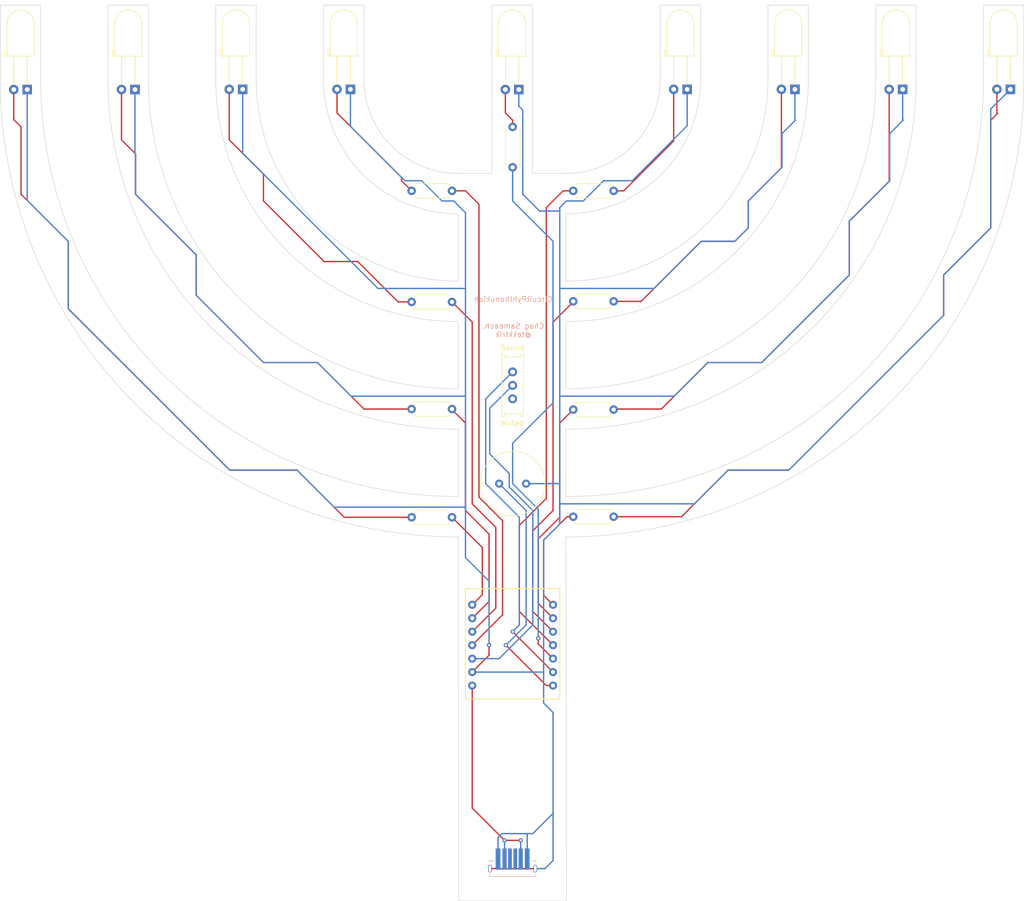
<source format=kicad_pcb>
(kicad_pcb (version 20211014) (generator pcbnew)
  (layers (0 "F.Cu" signal) (31 "B.Cu" signal) (34 "B.Paste" user) (35 "F.Paste" user) (36 "B.SilkS" user "B.Silkscreen") (37 "F.SilkS" user "F.Silkscreen") (38 "B.Mask" user) (39 "F.Mask" user) (44 "Edge.Cuts" user))
  (net 0 "")
  (net 1 "GND")
  (net 2 "5V")
  (net 3 "3V")
  (net 4 "SHAMASH")
  (net 5 "MUTE_BTN")
  (net 6 "SPKR")
  (net 7 "LED1")
  (net 8 "LED2")
  (net 9 "LED3")
  (net 10 "LED4")
  (net 11 "LED5")
  (net 12 "LED6")
  (net 13 "LED8")
  (net 14 "LED7")
  (net 15 "Net-(D1-Pad2)")
  (net 16 "Net-(D2-Pad2)")
  (net 17 "Net-(D3-Pad2)")
  (net 18 "Net-(D4-Pad2)")
  (net 19 "Net-(D5-Pad2)")
  (net 20 "Net-(D6-Pad2)")
  (net 21 "Net-(D7-Pad2)")
  (net 22 "Net-(D8-Pad2)")
  (net 23 "Net-(D9-Pad2)")
  (footprint "LED_THT:LED_D5.0mm_Horizontal_O6.35mm_Z3.0mm" (layer "F.Cu") (at 222.144258 42.439258 180)
    (fp_text reference "D8" hide)
    (fp_text value "LED")
    (pad "1" thru_hole rect (at 0 0 180) (size 1.8 1.8) (drill 0.9) (layers *.Cu *.Mask) (net 1 "GND"))
    (pad "2" thru_hole circle (at 2.54 0 180) (size 1.8 1.8) (drill 0.9) (layers *.Cu *.Mask) (net 22 "Net-(D8-Pad2)"))
  )
  (footprint "Resistor_THT:R_Axial_DIN0207_L6.3mm_D2.5mm_P7.62mm_Horizontal" (layer "F.Cu") (at 109.22 61.595)
    (fp_text reference "R4" hide)
    (fp_text value "100")
    (pad "1" thru_hole circle (at 0 0) (size 1.6 1.6) (drill 0.8) (layers *.Cu *.Mask) (net 18 "Net-(D4-Pad2)"))
    (pad "2" thru_hole oval (at 7.62 0) (size 1.6 1.6) (drill 0.8) (layers *.Cu *.Mask) (net 10 "LED4"))
  )
  (footprint "Resistor_THT:R_Axial_DIN0207_L6.3mm_D2.5mm_P7.62mm_Horizontal" (layer "F.Cu") (at 128.27 49.53 -90)
    (fp_text reference "R9" hide)
    (fp_text value "100")
    (pad "1" thru_hole circle (at 0 0 270) (size 1.6 1.6) (drill 0.8) (layers *.Cu *.Mask) (net 23 "Net-(D9-Pad2)"))
    (pad "2" thru_hole oval (at 7.62 0 270) (size 1.6 1.6) (drill 0.8) (layers *.Cu *.Mask) (net 4 "SHAMASH"))
  )
  (footprint "LED_THT:LED_D5.0mm_Horizontal_O6.35mm_Z3.0mm" (layer "F.Cu") (at 129.439258 42.479258 180)
    (fp_text reference "D9" hide)
    (fp_text value "LED")
    (pad "1" thru_hole rect (at 0 0 180) (size 1.8 1.8) (drill 0.9) (layers *.Cu *.Mask) (net 1 "GND"))
    (pad "2" thru_hole circle (at 2.54 0 180) (size 1.8 1.8) (drill 0.9) (layers *.Cu *.Mask) (net 23 "Net-(D9-Pad2)"))
  )
  (footprint "Resistor_THT:R_Axial_DIN0207_L6.3mm_D2.5mm_P7.62mm_Horizontal" (layer "F.Cu") (at 109.22 82.55)
    (fp_text reference "R3" hide)
    (fp_text value "100")
    (pad "1" thru_hole circle (at 0 0) (size 1.6 1.6) (drill 0.8) (layers *.Cu *.Mask) (net 17 "Net-(D3-Pad2)"))
    (pad "2" thru_hole oval (at 7.62 0) (size 1.6 1.6) (drill 0.8) (layers *.Cu *.Mask) (net 9 "LED3"))
  )
  (footprint "Resistor_THT:R_Axial_DIN0207_L6.3mm_D2.5mm_P7.62mm_Horizontal" (layer "F.Cu") (at 147.32 102.87 180)
    (fp_text reference "R7" hide)
    (fp_text value "100")
    (pad "1" thru_hole circle (at 0 0 180) (size 1.6 1.6) (drill 0.8) (layers *.Cu *.Mask) (net 21 "Net-(D7-Pad2)"))
    (pad "2" thru_hole oval (at 7.62 0 180) (size 1.6 1.6) (drill 0.8) (layers *.Cu *.Mask) (net 14 "LED7"))
  )
  (footprint "Resistor_THT:R_Axial_DIN0207_L6.3mm_D2.5mm_P7.62mm_Horizontal" (layer "F.Cu") (at 147.32 82.444258 180)
    (fp_text reference "R6" hide)
    (fp_text value "100")
    (pad "1" thru_hole circle (at 0 0 180) (size 1.6 1.6) (drill 0.8) (layers *.Cu *.Mask) (net 20 "Net-(D6-Pad2)"))
    (pad "2" thru_hole oval (at 7.62 0 180) (size 1.6 1.6) (drill 0.8) (layers *.Cu *.Mask) (net 12 "LED6"))
  )
  (footprint "LED_THT:LED_D5.0mm_Horizontal_O6.35mm_Z3.0mm" (layer "F.Cu") (at 201.824258 42.439258 180)
    (fp_text reference "D7" hide)
    (fp_text value "LED")
    (pad "1" thru_hole rect (at 0 0 180) (size 1.8 1.8) (drill 0.9) (layers *.Cu *.Mask) (net 1 "GND"))
    (pad "2" thru_hole circle (at 2.54 0 180) (size 1.8 1.8) (drill 0.9) (layers *.Cu *.Mask) (net 21 "Net-(D7-Pad2)"))
  )
  (footprint "LED_THT:LED_D5.0mm_Horizontal_O6.35mm_Z3.0mm" (layer "F.Cu") (at 97.684258 42.439258 180)
    (fp_text reference "D4" hide)
    (fp_text value "LED")
    (pad "1" thru_hole rect (at 0 0 180) (size 1.8 1.8) (drill 0.9) (layers *.Cu *.Mask) (net 1 "GND"))
    (pad "2" thru_hole circle (at 2.54 0 180) (size 1.8 1.8) (drill 0.9) (layers *.Cu *.Mask) (net 18 "Net-(D4-Pad2)"))
  )
  (footprint "Resistor_THT:R_Axial_DIN0207_L6.3mm_D2.5mm_P7.62mm_Horizontal" (layer "F.Cu") (at 147.32 61.595 180)
    (fp_text reference "R5" hide)
    (fp_text value "100")
    (pad "1" thru_hole circle (at 0 0 180) (size 1.6 1.6) (drill 0.8) (layers *.Cu *.Mask) (net 19 "Net-(D5-Pad2)"))
    (pad "2" thru_hole oval (at 7.62 0 180) (size 1.6 1.6) (drill 0.8) (layers *.Cu *.Mask) (net 11 "LED5"))
  )
  (footprint "MountingHole:MountingHole_5.3mm_M5" (layer "F.Cu") (at 128.27 172.72)
    (fp_text reference "M5" hide)
    (fp_text value "MountingHole_5.3mm_M5")
    (pad "" np_thru_hole circle (at 0 0) (size 5.3 5.3) (drill 5.3) (layers *.Cu *.Mask))
  )
  (footprint "LED_THT:LED_D5.0mm_Horizontal_O6.35mm_Z3.0mm" (layer "F.Cu") (at 77.364258 42.439258 180)
    (fp_text reference "D3" hide)
    (fp_text value "LED")
    (pad "1" thru_hole rect (at 0 0 180) (size 1.8 1.8) (drill 0.9) (layers *.Cu *.Mask) (net 1 "GND"))
    (pad "2" thru_hole circle (at 2.54 0 180) (size 1.8 1.8) (drill 0.9) (layers *.Cu *.Mask) (net 17 "Net-(D3-Pad2)"))
  )
  (footprint "Resistor_THT:R_Axial_DIN0207_L6.3mm_D2.5mm_P7.62mm_Horizontal" (layer "F.Cu") (at 147.32 123.084258 180)
    (fp_text reference "R8" hide)
    (fp_text value "100")
    (pad "1" thru_hole circle (at 0 0 180) (size 1.6 1.6) (drill 0.8) (layers *.Cu *.Mask) (net 22 "Net-(D8-Pad2)"))
    (pad "2" thru_hole oval (at 7.62 0 180) (size 1.6 1.6) (drill 0.8) (layers *.Cu *.Mask) (net 13 "LED8"))
  )
  (footprint "Resistor_THT:R_Axial_DIN0207_L6.3mm_D2.5mm_P7.62mm_Horizontal" (layer "F.Cu") (at 109.22 123.19)
    (fp_text reference "R1" hide)
    (fp_text value "100")
    (pad "1" thru_hole circle (at 0 0) (size 1.6 1.6) (drill 0.8) (layers *.Cu *.Mask) (net 15 "Net-(D1-Pad2)"))
    (pad "2" thru_hole oval (at 7.62 0) (size 1.6 1.6) (drill 0.8) (layers *.Cu *.Mask) (net 7 "LED1"))
  )
  (footprint "LED_THT:LED_D5.0mm_Horizontal_O6.35mm_Z3.0mm" (layer "F.Cu") (at 161.184258 42.439258 180)
    (fp_text reference "D5" hide)
    (fp_text value "LED")
    (pad "1" thru_hole rect (at 0 0 180) (size 1.8 1.8) (drill 0.9) (layers *.Cu *.Mask) (net 1 "GND"))
    (pad "2" thru_hole circle (at 2.54 0 180) (size 1.8 1.8) (drill 0.9) (layers *.Cu *.Mask) (net 19 "Net-(D5-Pad2)"))
  )
  (footprint "LED_THT:LED_D5.0mm_Horizontal_O6.35mm_Z3.0mm" (layer "F.Cu") (at 181.504258 42.439258 180)
    (fp_text reference "D6" hide)
    (fp_text value "LED")
    (pad "1" thru_hole rect (at 0 0 180) (size 1.8 1.8) (drill 0.9) (layers *.Cu *.Mask) (net 1 "GND"))
    (pad "2" thru_hole circle (at 2.54 0 180) (size 1.8 1.8) (drill 0.9) (layers *.Cu *.Mask) (net 20 "Net-(D6-Pad2)"))
  )
  (footprint "Adafruit:QT Py" (layer "F.Cu") (at 128.27 146.05 90)
    (fp_text reference "U1" hide)
    (fp_text value "QT_Py")
    (pad "1" thru_hole circle (at -8.89 -7.62 90) (size 1.524 1.524) (drill 0.762) (layers *.Cu *.Mask) (net 2 "5V"))
    (pad "2" thru_hole circle (at -6.35 -7.62 90) (size 1.524 1.524) (drill 0.762) (layers *.Cu *.Mask) (net 1 "GND"))
    (pad "3" thru_hole circle (at -3.81 -7.62 90) (size 1.524 1.524) (drill 0.762) (layers *.Cu *.Mask) (net 3 "3V"))
    (pad "4" thru_hole circle (at -1.27 -7.62 90) (size 1.524 1.524) (drill 0.762) (layers *.Cu *.Mask) (net 10 "LED4"))
    (pad "5" thru_hole circle (at 1.27 -7.62 90) (size 1.524 1.524) (drill 0.762) (layers *.Cu *.Mask) (net 9 "LED3"))
    (pad "6" thru_hole circle (at 3.81 -7.62 90) (size 1.524 1.524) (drill 0.762) (layers *.Cu *.Mask) (net 8 "LED2"))
    (pad "7" thru_hole circle (at 6.35 -7.62 90) (size 1.524 1.524) (drill 0.762) (layers *.Cu *.Mask) (net 7 "LED1"))
    (pad "8" thru_hole circle (at -8.89 7.62 90) (size 1.524 1.524) (drill 0.762) (layers *.Cu *.Mask) (net 6 "SPKR"))
    (pad "9" thru_hole circle (at -6.35 7.62 90) (size 1.524 1.524) (drill 0.762) (layers *.Cu *.Mask) (net 5 "MUTE_BTN"))
    (pad "10" thru_hole circle (at -3.81 7.62 90) (size 1.524 1.524) (drill 0.762) (layers *.Cu *.Mask) (net 4 "SHAMASH"))
    (pad "11" thru_hole circle (at -1.27 7.62 90) (size 1.524 1.524) (drill 0.762) (layers *.Cu *.Mask) (net 11 "LED5"))
    (pad "12" thru_hole circle (at 1.27 7.62 90) (size 1.524 1.524) (drill 0.762) (layers *.Cu *.Mask) (net 12 "LED6"))
    (pad "13" thru_hole circle (at 3.81 7.62 90) (size 1.524 1.524) (drill 0.762) (layers *.Cu *.Mask) (net 14 "LED7"))
    (pad "14" thru_hole circle (at 6.35 7.62 90) (size 1.524 1.524) (drill 0.762) (layers *.Cu *.Mask) (net 13 "LED8"))
  )
  (footprint "E-Switch:EG1218" (layer "F.Cu") (at 128.27 98.298 -90)
    (fp_text reference "SW1" hide)
    (fp_text value "SW_DIP_x01")
    (pad "1" thru_hole circle (at -2.54 0 270) (size 1.6764 1.6764) (drill 0.9) (layers *.Cu *.Mask) (net 5 "MUTE_BTN"))
    (pad "2" thru_hole circle (at 0 0 270) (size 1.6764 1.6764) (drill 0.9) (layers *.Cu *.Mask) (net 3 "3V"))
    (pad "3" thru_hole circle (at 2.54 0 270) (size 1.6764 1.6764) (drill 0.9) (layers *.Cu *.Mask))
  )
  (footprint "Resistor_THT:R_Axial_DIN0207_L6.3mm_D2.5mm_P7.62mm_Horizontal" (layer "F.Cu") (at 109.22 102.764258)
    (fp_text reference "R2" hide)
    (fp_text value "100")
    (pad "1" thru_hole circle (at 0 0) (size 1.6 1.6) (drill 0.8) (layers *.Cu *.Mask) (net 16 "Net-(D2-Pad2)"))
    (pad "2" thru_hole oval (at 7.62 0) (size 1.6 1.6) (drill 0.8) (layers *.Cu *.Mask) (net 8 "LED2"))
  )
  (footprint "LED_THT:LED_D5.0mm_Horizontal_O6.35mm_Z3.0mm" (layer "F.Cu") (at 57.049258 42.479258 180)
    (fp_text reference "D2" hide)
    (fp_text value "LED")
    (pad "1" thru_hole rect (at 0 0 180) (size 1.8 1.8) (drill 0.9) (layers *.Cu *.Mask) (net 1 "GND"))
    (pad "2" thru_hole circle (at 2.54 0 180) (size 1.8 1.8) (drill 0.9) (layers *.Cu *.Mask) (net 16 "Net-(D2-Pad2)"))
  )
  (footprint "Adafruit:Piezo Buzzer" (layer "F.Cu") (at 128.27 116.84)
    (fp_text reference "LS1" hide)
    (fp_text value "Speaker")
    (pad "1" thru_hole circle (at -2.54 0) (size 1.524 1.524) (drill 0.762) (layers *.Cu *.Mask) (net 6 "SPKR"))
    (pad "2" thru_hole circle (at 2.54 0) (size 1.524 1.524) (drill 0.762) (layers *.Cu *.Mask) (net 1 "GND"))
  )
  (footprint "LED_THT:LED_D5.0mm_Horizontal_O6.35mm_Z3.0mm" (layer "F.Cu") (at 36.724258 42.479258 180)
    (fp_text reference "D1" hide)
    (fp_text value "LED")
    (pad "1" thru_hole rect (at 0 0 180) (size 1.8 1.8) (drill 0.9) (layers *.Cu *.Mask) (net 1 "GND"))
    (pad "2" thru_hole circle (at 2.54 0 180) (size 1.8 1.8) (drill 0.9) (layers *.Cu *.Mask) (net 15 "Net-(D1-Pad2)"))
  )
  (footprint "CircuitPythonukiah:OSHW Logo 18mm" (layer "B.Cu") (at 128.27 71.755 180)
    (fp_text reference "G***" hide)
    (fp_text value "OSHW Logo 18mm" hide)
  )
  (footprint "CUI Devices:CUI_UJC-VP-3-SMT-TR" (layer "B.Cu") (at 128.27 189.484 180)
    (fp_text reference "J1" hide)
    (fp_text value "USB_B_Micro" hide)
    (pad "A5" smd rect (at 0.5 1.805 180) (size 0.7 4.01) (layers "B.Cu" "B.Paste" "B.Mask"))
    (pad "A9" smd rect (at -1.52 1.805 180) (size 0.8 4.01) (layers "B.Cu" "B.Paste" "B.Mask") (net 2 "5V"))
    (pad "A12" smd rect (at -2.75 1.805 180) (size 0.9 4.01) (layers "B.Cu" "B.Paste" "B.Mask") (net 1 "GND"))
    (pad "B5" smd rect (at -0.5 1.805 180) (size 0.7 4.01) (layers "B.Cu" "B.Paste" "B.Mask"))
    (pad "B9" smd rect (at 1.52 1.805 180) (size 0.8 4.01) (layers "B.Cu" "B.Paste" "B.Mask") (net 2 "5V"))
    (pad "B12" smd rect (at 2.75 1.805 180) (size 0.9 4.01) (layers "B.Cu" "B.Paste" "B.Mask") (net 1 "GND"))
    (pad "S1" thru_hole oval (at -4.27 0 180) (size 0.7 1.4) (drill oval 0.5 1.2) (layers *.Cu *.Mask) (net 1 "GND"))
    (pad "S2" thru_hole oval (at 4.27 0 180) (size 0.7 1.4) (drill oval 0.5 1.2) (layers *.Cu *.Mask) (net 1 "GND"))
  )
  (gr_line (start 196.744258 26.564258) (end 196.744258 40.534258) (layer "Edge.Cuts") (width 0.1))
  (gr_line (start 176.424258 26.564258) (end 184.044258 26.564258) (layer "Edge.Cuts") (width 0.1))
  (gr_arc (start 118.004258 106.574258) (mid 71.306926 87.23159) (end 51.964258 40.534258) (layer "Edge.Cuts") (width 0.1))
  (gr_arc (start 118.004258 65.934258) (mid 100.043746 58.49477) (end 92.604258 40.534258) (layer "Edge.Cuts") (width 0.1))
  (gr_line (start 196.744258 26.564258) (end 204.364258 26.564258) (layer "Edge.Cuts") (width 0.1))
  (gr_line (start 131.974258 26.564258) (end 131.974258 40.534258) (layer "Edge.Cuts") (width 0.1))
  (gr_arc (start 118.004258 86.254258) (mid 85.675336 72.86318) (end 72.284258 40.534258) (layer "Edge.Cuts") (width 0.1))
  (gr_line (start 31.644258 40.534258) (end 31.644258 26.564258) (layer "Edge.Cuts") (width 0.1))
  (gr_line (start 92.604258 26.564258) (end 92.604258 40.534258) (layer "Edge.Cuts") (width 0.1))
  (gr_arc (start 204.364258 40.534258) (mid 185.02159 87.23159) (end 138.324258 106.574258) (layer "Edge.Cuts") (width 0.1))
  (gr_line (start 92.604258 26.564258) (end 100.224258 26.564258) (layer "Edge.Cuts") (width 0.1))
  (gr_line (start 124.354258 26.564258) (end 131.974258 26.564258) (layer "Edge.Cuts") (width 0.1))
  (gr_line (start 51.964258 26.564258) (end 51.964258 40.534258) (layer "Edge.Cuts") (width 0.1))
  (gr_line (start 118.11 195.58) (end 118.004258 126.894258) (layer "Edge.Cuts") (width 0.1))
  (gr_arc (start 217.064258 40.534258) (mid 194.001846 96.211846) (end 138.324258 119.274258) (layer "Edge.Cuts") (width 0.1))
  (gr_line (start 131.974258 58.314258) (end 138.324258 58.314258) (layer "Edge.Cuts") (width 0.1))
  (gr_line (start 156.104258 26.564258) (end 156.104258 40.534258) (layer "Edge.Cuts") (width 0.1))
  (gr_arc (start 176.424258 40.534258) (mid 165.265026 67.475026) (end 138.324258 78.634258) (layer "Edge.Cuts") (width 0.1))
  (gr_arc (start 118.004258 98.954258) (mid 76.69508 81.843436) (end 59.584258 40.534258) (layer "Edge.Cuts") (width 0.1))
  (gr_arc (start 118.004258 119.274258) (mid 62.32667 96.211846) (end 39.264258 40.534258) (layer "Edge.Cuts") (width 0.1))
  (gr_line (start 31.644258 26.564258) (end 39.264258 26.564258) (layer "Edge.Cuts") (width 0.1))
  (gr_arc (start 184.044258 40.534258) (mid 170.65318 72.86318) (end 138.324258 86.254258) (layer "Edge.Cuts") (width 0.1))
  (gr_line (start 138.324258 65.934258) (end 138.324258 78.634258) (layer "Edge.Cuts") (width 0.1))
  (gr_line (start 118.004258 106.574258) (end 118.004258 119.274258) (layer "Edge.Cuts") (width 0.1))
  (gr_line (start 124.354258 40.534258) (end 124.354258 58.314258) (layer "Edge.Cuts") (width 0.1))
  (gr_line (start 217.064258 26.564258) (end 217.064258 40.534258) (layer "Edge.Cuts") (width 0.1))
  (gr_line (start 51.964258 26.564258) (end 59.584258 26.564258) (layer "Edge.Cuts") (width 0.1))
  (gr_line (start 217.064258 26.564258) (end 224.684258 26.564258) (layer "Edge.Cuts") (width 0.1))
  (gr_line (start 59.584258 26.564258) (end 59.584258 40.534258) (layer "Edge.Cuts") (width 0.1))
  (gr_line (start 100.224258 26.564258) (end 100.224258 40.534258) (layer "Edge.Cuts") (width 0.1))
  (gr_arc (start 163.724258 40.534258) (mid 156.28477 58.49477) (end 138.324258 65.934258) (layer "Edge.Cuts") (width 0.1))
  (gr_line (start 118.004258 65.934258) (end 118.004258 78.634258) (layer "Edge.Cuts") (width 0.1))
  (gr_line (start 131.974258 40.534258) (end 131.974258 58.314258) (layer "Edge.Cuts") (width 0.1))
  (gr_arc (start 118.004258 78.634258) (mid 91.06349 67.475026) (end 79.904258 40.534258) (layer "Edge.Cuts") (width 0.1))
  (gr_line (start 138.43 195.58) (end 138.324258 126.894258) (layer "Edge.Cuts") (width 0.1))
  (gr_line (start 176.424258 26.564258) (end 176.424258 40.534258) (layer "Edge.Cuts") (width 0.1))
  (gr_line (start 72.284258 26.564258) (end 72.284258 40.534258) (layer "Edge.Cuts") (width 0.1))
  (gr_line (start 138.324258 86.254258) (end 138.324258 98.954258) (layer "Edge.Cuts") (width 0.1))
  (gr_line (start 224.684258 26.564258) (end 224.684258 40.534258) (layer "Edge.Cuts") (width 0.1))
  (gr_arc (start 224.684258 40.534258) (mid 199.39 101.6) (end 138.324258 126.894258) (layer "Edge.Cuts") (width 0.1))
  (gr_line (start 184.044258 26.564258) (end 184.044258 40.534258) (layer "Edge.Cuts") (width 0.1))
  (gr_line (start 138.324258 106.574258) (end 138.324258 119.274258) (layer "Edge.Cuts") (width 0.1))
  (gr_line (start 118.11 195.58) (end 138.43 195.58) (layer "Edge.Cuts") (width 0.1))
  (gr_line (start 72.284258 26.564258) (end 79.904258 26.564258) (layer "Edge.Cuts") (width 0.1))
  (gr_line (start 39.264258 26.564258) (end 39.264258 40.534258) (layer "Edge.Cuts") (width 0.1))
  (gr_arc (start 118.004258 126.894258) (mid 56.938516 101.6) (end 31.644258 40.534258) (layer "Edge.Cuts") (width 0.1))
  (gr_line (start 118.004258 86.254258) (end 118.004258 98.954258) (layer "Edge.Cuts") (width 0.1))
  (gr_line (start 124.354258 26.564258) (end 124.354258 40.534258) (layer "Edge.Cuts") (width 0.1))
  (gr_arc (start 196.744258 40.534258) (mid 179.633436 81.843436) (end 138.324258 98.954258) (layer "Edge.Cuts") (width 0.1))
  (gr_line (start 124.354258 58.314258) (end 118.004258 58.314258) (layer "Edge.Cuts") (width 0.1))
  (gr_line (start 79.904258 26.564258) (end 79.904258 40.534258) (layer "Edge.Cuts") (width 0.1))
  (gr_arc (start 156.104258 40.534258) (mid 150.896617 53.106617) (end 138.324258 58.314258) (layer "Edge.Cuts") (width 0.1))
  (gr_arc (start 118.004258 58.314258) (mid 105.431899 53.106617) (end 100.224258 40.534258) (layer "Edge.Cuts") (width 0.1))
  (gr_line (start 163.724258 26.564258) (end 163.724258 40.534258) (layer "Edge.Cuts") (width 0.1))
  (gr_line (start 204.364258 26.564258) (end 204.364258 40.534258) (layer "Edge.Cuts") (width 0.1))
  (gr_line (start 156.104258 26.564258) (end 163.724258 26.564258) (layer "Edge.Cuts") (width 0.1))
  (gr_text "Chag Sameach,\n@tekktrik" (at 128.397 87.884) (layer "B.SilkS") (effects (font (size 1 1)) (justify mirror)))
  (gr_text "CircuitPyhthonukiah" (at 128.397 82.042) (layer "B.SilkS") (effects (font (size 1 1)) (justify mirror)))
  (gr_text "Sound" (at 128.27 91.186) (layer "F.SilkS") (effects (font (size 1 1))))
  (gr_text "Muted" (at 128.27 105.41) (layer "F.SilkS") (effects (font (size 1 1))))
  (segment (start 124 189.484) (end 132.54 189.484) (width 0.25) (layer "F.Cu") (net 1))
  (segment (start 123.825 147.32) (end 123.825 149.225) (width 0.25) (layer "F.Cu") (net 1))
  (segment (start 123.825 149.225) (end 120.65 152.4) (width 0.25) (layer "F.Cu") (net 1))
  (via (at 123.825 147.32) (size 0.8) (drill 0.4) (layers "F.Cu" "B.Cu") (net 1))
  (segment (start 131.02 187.679) (end 131.02 182.924) (width 0.25) (layer "B.Cu") (net 1))
  (segment (start 57.049258 54.509258) (end 57.15 54.61) (width 0.25) (layer "B.Cu") (net 1))
  (segment (start 209.55 77.47) (end 218.44 68.58) (width 0.25) (layer "B.Cu") (net 1))
  (segment (start 168.91 114.3) (end 180.34 114.3) (width 0.25) (layer "B.Cu") (net 1))
  (segment (start 163.83 71.12) (end 170.18 71.12) (width 0.25) (layer "B.Cu") (net 1))
  (segment (start 139.065 100.33) (end 137.16 100.33) (width 0.25) (layer "B.Cu") (net 1))
  (segment (start 179.07 50.8) (end 181.61 48.26) (width 0.25) (layer "B.Cu") (net 1))
  (segment (start 57.049258 42.479258) (end 57.049258 54.509258) (width 0.25) (layer "B.Cu") (net 1))
  (segment (start 180.34 114.3) (end 209.55 85.09) (width 0.25) (layer "B.Cu") (net 1))
  (segment (start 131.064 182.88) (end 126.238 182.88) (width 0.25) (layer "B.Cu") (net 1))
  (segment (start 135.89 179.07) (end 135.89 160.02) (width 0.25) (layer "B.Cu") (net 1))
  (segment (start 158.75 100.33) (end 165.1 93.98) (width 0.25) (layer "B.Cu") (net 1))
  (segment (start 135.89 187.96) (end 134.366 189.484) (width 0.25) (layer "B.Cu") (net 1))
  (segment (start 134.112 127.508) (end 134.112 152.4) (width 0.25) (layer "B.Cu") (net 1))
  (segment (start 137.16 65.405) (end 137.16 64.77) (width 0.25) (layer "B.Cu") (net 1))
  (segment (start 131.02 182.924) (end 131.064 182.88) (width 0.25) (layer "B.Cu") (net 1))
  (segment (start 129.439258 45.619258) (end 129.439258 42.479258) (width 0.25) (layer "B.Cu") (net 1))
  (segment (start 175.26 93.98) (end 191.77 77.47) (width 0.25) (layer "B.Cu") (net 1))
  (segment (start 119.38 130.81) (end 121.92 133.35) (width 0.25) (layer "B.Cu") (net 1))
  (segment (start 77.364258 42.439258) (end 77.364258 54.504258) (width 0.25) (layer "B.Cu") (net 1))
  (segment (start 97.684258 49.424258) (end 97.684258 42.439258) (width 0.25) (layer "B.Cu") (net 1))
  (segment (start 218.44 68.58) (end 218.44 46.143516) (width 0.25) (layer "B.Cu") (net 1))
  (segment (start 81.28 93.98) (end 91.44 93.98) (width 0.25) (layer "B.Cu") (net 1))
  (segment (start 36.724258 42.479258) (end 36.724258 63.394258) (width 0.25) (layer "B.Cu") (net 1))
  (segment (start 137.16 116.84) (end 137.16 124.46) (width 0.25) (layer "B.Cu") (net 1))
  (segment (start 135.89 160.02) (end 134.112 158.242) (width 0.25) (layer "B.Cu") (net 1))
  (segment (start 130.175 46.355) (end 129.439258 45.619258) (width 0.25) (layer "B.Cu") (net 1))
  (segment (start 134.112 158.242) (end 134.112 152.4) (width 0.25) (layer "B.Cu") (net 1))
  (segment (start 130.81 116.84) (end 137.16 116.84) (width 0.25) (layer "B.Cu") (net 1))
  (segment (start 91.44 93.98) (end 97.79 100.33) (width 0.25) (layer "B.Cu") (net 1))
  (segment (start 201.93 48.26) (end 201.824258 48.154258) (width 0.25) (layer "B.Cu") (net 1))
  (segment (start 102.87 80.01) (end 119.38 80.01) (width 0.25) (layer "B.Cu") (net 1))
  (segment (start 137.16 64.77) (end 138.43 63.5) (width 0.25) (layer "B.Cu") (net 1))
  (segment (start 119.38 100.965) (end 119.38 100.33) (width 0.25) (layer "B.Cu") (net 1))
  (segment (start 121.92 133.35) (end 123.825 135.255) (width 0.25) (layer "B.Cu") (net 1))
  (segment (start 74.93 114.3) (end 87.63 114.3) (width 0.25) (layer "B.Cu") (net 1))
  (segment (start 36.724258 63.394258) (end 44.45 71.12) (width 0.25) (layer "B.Cu") (net 1))
  (segment (start 199.39 59.69) (end 199.39 50.8) (width 0.25) (layer "B.Cu") (net 1))
  (segment (start 218.44 46.143516) (end 222.144258 42.439258) (width 0.25) (layer "B.Cu") (net 1))
  (segment (start 191.77 67.31) (end 199.39 59.69) (width 0.25) (layer "B.Cu") (net 1))
  (segment (start 117.1575 63.5) (end 114.935 63.5) (width 0.25) (layer "B.Cu") (net 1))
  (segment (start 57.15 62.23) (end 68.58 73.66) (width 0.25) (layer "B.Cu") (net 1))
  (segment (start 135.89 187.96) (end 135.89 179.07) (width 0.25) (layer "B.Cu") (net 1))
  (segment (start 145.415 59.69) (end 150.815991 59.69) (width 0.25) (layer "B.Cu") (net 1))
  (segment (start 179.07 57.15) (end 179.07 50.8) (width 0.25) (layer "B.Cu") (net 1))
  (segment (start 172.72 68.58) (end 172.72 63.5) (width 0.25) (layer "B.Cu") (net 1))
  (segment (start 137.16 124.46) (end 134.112 127.508) (width 0.25) (layer "B.Cu") (net 1))
  (segment (start 138.43 120.65) (end 137.16 120.65) (width 0.25) (layer "B.Cu") (net 1))
  (segment (start 68.58 73.66) (end 68.58 81.28) (width 0.25) (layer "B.Cu") (net 1))
  (segment (start 44.45 83.82) (end 74.93 114.3) (width 0.25) (layer "B.Cu") (net 1))
  (segment (start 135.89 179.07) (end 132.08 182.88) (width 0.25) (layer "B.Cu") (net 1))
  (segment (start 119.38 100.33) (end 97.79 100.33) (width 0.25) (layer "B.Cu") (net 1))
  (segment (start 162.56 120.65) (end 168.91 114.3) (width 0.25) (layer "B.Cu") (net 1))
  (segment (start 111.125 59.69) (end 107.95 59.69) (width 0.25) (layer "B.Cu") (net 1))
  (segment (start 137.16 65.405) (end 133.35 65.405) (width 0.25) (layer "B.Cu") (net 1))
  (segment (start 119.38 100.33) (end 119.38 82.55) (width 0.25) (layer "B.Cu") (net 1))
  (segment (start 201.824258 48.154258) (end 201.824258 42.439258) (width 0.25) (layer "B.Cu") (net 1))
  (segment (start 209.55 85.09) (end 209.55 77.47) (width 0.25) (layer "B.Cu") (net 1))
  (segment (start 181.504258 48.154258) (end 181.504258 42.439258) (width 0.25) (layer "B.Cu") (net 1))
  (segment (start 138.43 63.5) (end 141.605 63.5) (width 0.25) (layer "B.Cu") (net 1))
  (segment (start 165.1 93.98) (end 175.26 93.98) (width 0.25) (layer "B.Cu") (net 1))
  (segment (start 154.94 80.01) (end 163.83 71.12) (width 0.25) (layer "B.Cu") (net 1))
  (segment (start 94.615 121.285) (end 119.38 121.285) (width 0.25) (layer "B.Cu") (net 1))
  (segment (start 134.366 189.484) (end 132.54 189.484) (width 0.25) (layer "B.Cu") (net 1))
  (segment (start 77.364258 54.504258) (end 102.87 80.01) (width 0.25) (layer "B.Cu") (net 1))
  (segment (start 170.18 71.12) (end 172.72 68.58) (width 0.25) (layer "B.Cu") (net 1))
  (segment (start 68.58 81.28) (end 81.28 93.98) (width 0.25) (layer "B.Cu") (net 1))
  (segment (start 119.38 80.01) (end 119.38 65.7225) (width 0.25) (layer "B.Cu") (net 1))
  (segment (start 119.38 65.7225) (end 117.1575 63.5) (width 0.25) (layer "B.Cu") (net 1))
  (segment (start 137.16 102.87) (end 137.16 82.55) (width 0.25) (layer "B.Cu") (net 1))
  (segment (start 138.43 120.65) (end 162.56 120.65) (width 0.25) (layer "B.Cu") (net 1))
  (segment (start 191.77 77.47) (end 191.77 67.31) (width 0.25) (layer "B.Cu") (net 1))
  (segment (start 57.15 54.61) (end 57.15 62.23) (width 0.25) (layer "B.Cu") (net 1))
  (segment (start 139.065 100.33) (end 158.75 100.33) (width 0.25) (layer "B.Cu") (net 1))
  (segment (start 120.65 152.4) (end 134.112 152.4) (width 0.25) (layer "B.Cu") (net 1))
  (segment (start 199.39 50.8) (end 201.93 48.26) (width 0.25) (layer "B.Cu") (net 1))
  (segment (start 137.16 116.84) (end 137.16 102.87) (width 0.25) (layer "B.Cu") (net 1))
  (segment (start 161.184258 49.321733) (end 161.184258 42.439258) (width 0.25) (layer "B.Cu") (net 1))
  (segment (start 119.38 80.645) (end 119.38 80.01) (width 0.25) (layer "B.Cu") (net 1))
  (segment (start 150.815991 59.69) (end 161.184258 49.321733) (width 0.25) (layer "B.Cu") (net 1))
  (segment (start 130.175 62.23) (end 130.175 46.355) (width 0.25) (layer "B.Cu") (net 1))
  (segment (start 141.605 63.5) (end 145.415 59.69) (width 0.25) (layer "B.Cu") (net 1))
  (segment (start 119.38 116.84) (end 119.38 120.65) (width 0.25) (layer "B.Cu") (net 1))
  (segment (start 87.63 114.3) (end 94.615 121.285) (width 0.25) (layer "B.Cu") (net 1))
  (segment (start 172.72 63.5) (end 179.07 57.15) (width 0.25) (layer "B.Cu") (net 1))
  (segment (start 126.238 182.88) (end 125.52 183.598) (width 0.25) (layer "B.Cu") (net 1))
  (segment (start 119.38 116.84) (end 119.38 100.965) (width 0.25) (layer "B.Cu") (net 1))
  (segment (start 119.38 82.55) (end 119.38 80.645) (width 0.25) (layer "B.Cu") (net 1))
  (segment (start 44.45 71.12) (end 44.45 83.82) (width 0.25) (layer "B.Cu") (net 1))
  (segment (start 107.95 59.69) (end 97.684258 49.424258) (width 0.25) (layer "B.Cu") (net 1))
  (segment (start 139.7 80.01) (end 137.16 80.01) (width 0.25) (layer "B.Cu") (net 1))
  (segment (start 181.61 48.26) (end 181.504258 48.154258) (width 0.25) (layer "B.Cu") (net 1))
  (segment (start 132.08 182.88) (end 131.064 182.88) (width 0.25) (layer "B.Cu") (net 1))
  (segment (start 119.38 121.285) (end 119.38 130.81) (width 0.25) (layer "B.Cu") (net 1))
  (segment (start 137.16 82.55) (end 137.16 65.405) (width 0.25) (layer "B.Cu") (net 1))
  (segment (start 114.935 63.5) (end 111.125 59.69) (width 0.25) (layer "B.Cu") (net 1))
  (segment (start 119.38 120.65) (end 119.38 121.285) (width 0.25) (layer "B.Cu") (net 1))
  (segment (start 133.35 65.405) (end 130.175 62.23) (width 0.25) (layer "B.Cu") (net 1))
  (segment (start 139.7 80.01) (end 154.94 80.01) (width 0.25) (layer "B.Cu") (net 1))
  (segment (start 123.825 135.255) (end 123.825 147.32) (width 0.25) (layer "B.Cu") (net 1))
  (segment (start 125.52 183.598) (end 125.52 187.679) (width 0.25) (layer "B.Cu") (net 1))
  (segment (start 120.65 154.94) (end 120.65 178.054) (width 0.25) (layer "F.Cu") (net 2))
  (segment (start 126.746 184.15) (end 129.794 184.15) (width 0.25) (layer "F.Cu") (net 2))
  (segment (start 125.984 183.388) (end 126.746 184.15) (width 0.25) (layer "F.Cu") (net 2))
  (segment (start 120.65 178.054) (end 125.984 183.388) (width 0.25) (layer "F.Cu") (net 2))
  (via (at 129.794 184.15) (size 0.8) (drill 0.4) (layers "F.Cu" "B.Cu") (net 2))
  (via (at 126.746 184.15) (size 0.8) (drill 0.4) (layers "F.Cu" "B.Cu") (net 2))
  (segment (start 126.746 184.15) (end 126.75 184.154) (width 0.25) (layer "B.Cu") (net 2))
  (segment (start 126.75 184.154) (end 126.75 187.679) (width 0.25) (layer "B.Cu") (net 2))
  (segment (start 129.794 184.15) (end 129.79 184.154) (width 0.25) (layer "B.Cu") (net 2))
  (segment (start 129.79 184.154) (end 129.79 187.679) (width 0.25) (layer "B.Cu") (net 2))
  (segment (start 127.635 114.935) (end 123.952 111.252) (width 0.25) (layer "B.Cu") (net 3))
  (segment (start 132.08 143.51) (end 125.73 149.86) (width 0.25) (layer "B.Cu") (net 3))
  (segment (start 127.635 117.475) (end 132.08 121.92) (width 0.25) (layer "B.Cu") (net 3))
  (segment (start 132.08 121.92) (end 132.08 143.51) (width 0.25) (layer "B.Cu") (net 3))
  (segment (start 123.952 111.252) (end 123.952 102.616) (width 0.25) (layer "B.Cu") (net 3))
  (segment (start 127.635 117.475) (end 127.635 114.935) (width 0.25) (layer "B.Cu") (net 3))
  (segment (start 123.952 102.616) (end 128.27 98.298) (width 0.25) (layer "B.Cu") (net 3))
  (segment (start 125.73 149.86) (end 120.65 149.86) (width 0.25) (layer "B.Cu") (net 3))
  (segment (start 133.096 147.066) (end 135.89 149.86) (width 0.25) (layer "F.Cu") (net 4))
  (segment (start 133.096 146.05) (end 133.096 147.066) (width 0.25) (layer "F.Cu") (net 4))
  (via (at 133.096 146.05) (size 0.8) (drill 0.4) (layers "F.Cu" "B.Cu") (net 4))
  (segment (start 135.89 71.12) (end 128.27 63.5) (width 0.25) (layer "B.Cu") (net 4))
  (segment (start 135.89 101.6) (end 135.89 71.12) (width 0.25) (layer "B.Cu") (net 4))
  (segment (start 128.27 63.5) (end 128.27 57.15) (width 0.25) (layer "B.Cu") (net 4))
  (segment (start 128.27 116.84) (end 128.27 109.22) (width 0.25) (layer "B.Cu") (net 4))
  (segment (start 128.27 109.22) (end 135.89 101.6) (width 0.25) (layer "B.Cu") (net 4))
  (segment (start 133.096 121.666) (end 128.27 116.84) (width 0.25) (layer "B.Cu") (net 4))
  (segment (start 133.096 146.05) (end 133.096 121.666) (width 0.25) (layer "B.Cu") (net 4))
  (segment (start 128.27 144.78) (end 135.89 152.4) (width 0.25) (layer "F.Cu") (net 5))
  (via (at 128.27 144.78) (size 0.8) (drill 0.4) (layers "F.Cu" "B.Cu") (net 5))
  (segment (start 123.19 100.838) (end 128.27 95.758) (width 0.25) (layer "B.Cu") (net 5))
  (segment (start 129.54 143.51) (end 129.54 123.19) (width 0.25) (layer "B.Cu") (net 5))
  (segment (start 123.19 116.84) (end 123.19 100.838) (width 0.25) (layer "B.Cu") (net 5))
  (segment (start 129.54 123.19) (end 123.19 116.84) (width 0.25) (layer "B.Cu") (net 5))
  (segment (start 128.27 144.78) (end 129.54 143.51) (width 0.25) (layer "B.Cu") (net 5))
  (segment (start 134.62 154.94) (end 135.89 154.94) (width 0.25) (layer "F.Cu") (net 6))
  (segment (start 127 147.32) (end 134.62 154.94) (width 0.25) (layer "F.Cu") (net 6))
  (via (at 127 147.32) (size 0.8) (drill 0.4) (layers "F.Cu" "B.Cu") (net 6))
  (segment (start 127 147.32) (end 130.81 143.51) (width 0.25) (layer "B.Cu") (net 6))
  (segment (start 130.81 121.92) (end 125.73 116.84) (width 0.25) (layer "B.Cu") (net 6))
  (segment (start 130.81 143.51) (end 130.81 121.92) (width 0.25) (layer "B.Cu") (net 6))
  (segment (start 122.555 137.795) (end 120.65 139.7) (width 0.25) (layer "F.Cu") (net 7))
  (segment (start 116.84 123.19) (end 122.555 128.905) (width 0.25) (layer "F.Cu") (net 7))
  (segment (start 122.555 128.905) (end 122.555 137.795) (width 0.25) (layer "F.Cu") (net 7))
  (segment (start 123.825 139.065) (end 123.825 126.365) (width 0.25) (layer "F.Cu") (net 8))
  (segment (start 120.65 142.24) (end 123.825 139.065) (width 0.25) (layer "F.Cu") (net 8))
  (segment (start 119.38 105.41) (end 116.84 102.87) (width 0.25) (layer "F.Cu") (net 8))
  (segment (start 116.84 102.87) (end 116.84 102.764258) (width 0.25) (layer "F.Cu") (net 8))
  (segment (start 123.825 126.365) (end 119.38 121.92) (width 0.25) (layer "F.Cu") (net 8))
  (segment (start 119.38 121.92) (end 119.38 105.41) (width 0.25) (layer "F.Cu") (net 8))
  (segment (start 116.734258 82.444258) (end 120.65 86.36) (width 0.25) (layer "F.Cu") (net 9))
  (segment (start 120.65 120.65) (end 125.095 125.095) (width 0.25) (layer "F.Cu") (net 9))
  (segment (start 125.095 140.335) (end 120.65 144.78) (width 0.25) (layer "F.Cu") (net 9))
  (segment (start 125.095 125.095) (end 125.095 140.335) (width 0.25) (layer "F.Cu") (net 9))
  (segment (start 120.65 86.36) (end 120.65 120.65) (width 0.25) (layer "F.Cu") (net 9))
  (segment (start 121.92 119.38) (end 126.365 123.825) (width 0.25) (layer "F.Cu") (net 10))
  (segment (start 126.365 123.825) (end 126.365 141.605) (width 0.25) (layer "F.Cu") (net 10))
  (segment (start 121.92 64.135) (end 121.92 119.38) (width 0.25) (layer "F.Cu") (net 10))
  (segment (start 117.475 61.595) (end 119.38 61.595) (width 0.25) (layer "F.Cu") (net 10))
  (segment (start 126.365 141.605) (end 120.65 147.32) (width 0.25) (layer "F.Cu") (net 10))
  (segment (start 119.38 61.595) (end 121.92 64.135) (width 0.25) (layer "F.Cu") (net 10))
  (segment (start 129.54 140.97) (end 129.54 124.714) (width 0.25) (layer "F.Cu") (net 11))
  (segment (start 134.62 64.77) (end 137.795 61.595) (width 0.25) (layer "F.Cu") (net 11))
  (segment (start 135.89 147.32) (end 129.54 140.97) (width 0.25) (layer "F.Cu") (net 11))
  (segment (start 137.795 61.595) (end 139.7 61.595) (width 0.25) (layer "F.Cu") (net 11))
  (segment (start 134.62 119.634) (end 134.62 64.77) (width 0.25) (layer "F.Cu") (net 11))
  (segment (start 129.54 124.714) (end 134.62 119.634) (width 0.25) (layer "F.Cu") (net 11))
  (segment (start 132.08 125.73) (end 135.89 121.92) (width 0.25) (layer "F.Cu") (net 12))
  (segment (start 135.89 86.36) (end 139.805742 82.444258) (width 0.25) (layer "F.Cu") (net 12))
  (segment (start 132.08 140.97) (end 132.08 125.73) (width 0.25) (layer "F.Cu") (net 12))
  (segment (start 135.89 144.78) (end 132.08 140.97) (width 0.25) (layer "F.Cu") (net 12))
  (segment (start 135.89 121.92) (end 135.89 86.36) (width 0.25) (layer "F.Cu") (net 12))
  (segment (start 135.89 139.7) (end 134.112 137.922) (width 0.25) (layer "F.Cu") (net 13))
  (segment (start 138.535742 123.084258) (end 139.594258 123.084258) (width 0.25) (layer "F.Cu") (net 13))
  (segment (start 134.112 137.922) (end 134.112 127.508) (width 0.25) (layer "F.Cu") (net 13))
  (segment (start 134.112 127.508) (end 138.535742 123.084258) (width 0.25) (layer "F.Cu") (net 13))
  (segment (start 137.16 123.19) (end 137.16 105.41) (width 0.25) (layer "F.Cu") (net 14))
  (segment (start 137.16 105.41) (end 139.7 102.87) (width 0.25) (layer "F.Cu") (net 14))
  (segment (start 133.096 127.254) (end 137.16 123.19) (width 0.25) (layer "F.Cu") (net 14))
  (segment (start 135.89 142.24) (end 133.096 139.446) (width 0.25) (layer "F.Cu") (net 14))
  (segment (start 133.096 139.446) (end 133.096 127.254) (width 0.25) (layer "F.Cu") (net 14))
  (segment (start 35.56 62.23) (end 35.56 49.53) (width 0.25) (layer "F.Cu") (net 15))
  (segment (start 87.63 114.3) (end 74.93 114.3) (width 0.25) (layer "F.Cu") (net 15))
  (segment (start 74.93 114.3) (end 44.45 83.82) (width 0.25) (layer "F.Cu") (net 15))
  (segment (start 44.45 83.82) (end 44.45 71.12) (width 0.25) (layer "F.Cu") (net 15))
  (segment (start 35.56 49.53) (end 34.184258 48.154258) (width 0.25) (layer "F.Cu") (net 15))
  (segment (start 44.45 71.12) (end 35.56 62.23) (width 0.25) (layer "F.Cu") (net 15))
  (segment (start 109.22 123.19) (end 96.52 123.19) (width 0.25) (layer "F.Cu") (net 15))
  (segment (start 96.52 123.19) (end 87.63 114.3) (width 0.25) (layer "F.Cu") (net 15))
  (segment (start 34.184258 48.154258) (end 34.184258 42.479258) (width 0.25) (layer "F.Cu") (net 15))
  (segment (start 57.15 54.61) (end 57.15 62.23) (width 0.25) (layer "F.Cu") (net 16))
  (segment (start 54.509258 51.969258) (end 57.15 54.61) (width 0.25) (layer "F.Cu") (net 16))
  (segment (start 68.58 81.28) (end 81.28 93.98) (width 0.25) (layer "F.Cu") (net 16))
  (segment (start 57.15 62.23) (end 68.58 73.66) (width 0.25) (layer "F.Cu") (net 16))
  (segment (start 91.44 93.98) (end 100.224258 102.764258) (width 0.25) (layer "F.Cu") (net 16))
  (segment (start 100.224258 102.764258) (end 109.22 102.764258) (width 0.25) (layer "F.Cu") (net 16))
  (segment (start 68.58 73.66) (end 68.58 81.28) (width 0.25) (layer "F.Cu") (net 16))
  (segment (start 54.509258 42.479258) (end 54.509258 51.969258) (width 0.25) (layer "F.Cu") (net 16))
  (segment (start 81.28 93.98) (end 91.44 93.98) (width 0.25) (layer "F.Cu") (net 16))
  (segment (start 81.28 63.5) (end 81.28 58.42) (width 0.25) (layer "F.Cu") (net 17))
  (segment (start 106.68 82.55) (end 99.06 74.93) (width 0.25) (layer "F.Cu") (net 17))
  (segment (start 106.68 82.55) (end 109.22 82.55) (width 0.25) (layer "F.Cu") (net 17))
  (segment (start 74.824258 51.964258) (end 74.824258 42.439258) (width 0.25) (layer "F.Cu") (net 17))
  (segment (start 99.06 74.93) (end 92.71 74.93) (width 0.25) (layer "F.Cu") (net 17))
  (segment (start 81.28 58.42) (end 74.824258 51.964258) (width 0.25) (layer "F.Cu") (net 17))
  (segment (start 92.71 74.93) (end 81.28 63.5) (width 0.25) (layer "F.Cu") (net 17))
  (segment (start 107.315 59.055) (end 107.315 59.69) (width 0.25) (layer "F.Cu") (net 18))
  (segment (start 107.315 59.055) (end 95.144258 46.884258) (width 0.25) (layer "F.Cu") (net 18))
  (segment (start 107.315 59.69) (end 109.22 61.595) (width 0.25) (layer "F.Cu") (net 18))
  (segment (start 95.144258 46.884258) (end 95.144258 42.439258) (width 0.25) (layer "F.Cu") (net 18))
  (segment (start 149.225 61.595) (end 147.32 61.595) (width 0.25) (layer "F.Cu") (net 19))
  (segment (start 149.225 61.595) (end 158.644258 52.175742) (width 0.25) (layer "F.Cu") (net 19))
  (segment (start 158.644258 52.175742) (end 158.644258 42.439258) (width 0.25) (layer "F.Cu") (net 19))
  (segment (start 170.18 71.12) (end 172.72 68.58) (width 0.25) (layer "F.Cu") (net 20))
  (segment (start 172.72 63.5) (end 179.07 57.15) (width 0.25) (layer "F.Cu") (net 20))
  (segment (start 172.72 68.58) (end 172.72 63.5) (width 0.25) (layer "F.Cu") (net 20))
  (segment (start 178.964258 57.044258) (end 178.964258 42.439258) (width 0.25) (layer "F.Cu") (net 20))
  (segment (start 152.294258 82.444258) (end 152.505742 82.444258) (width 0.25) (layer "F.Cu") (net 20))
  (segment (start 147.32 82.444258) (end 152.294258 82.444258) (width 0.25) (layer "F.Cu") (net 20))
  (segment (start 152.505742 82.444258) (end 163.83 71.12) (width 0.25) (layer "F.Cu") (net 20))
  (segment (start 179.07 57.15) (end 178.964258 57.044258) (width 0.25) (layer "F.Cu") (net 20))
  (segment (start 163.83 71.12) (end 170.18 71.12) (width 0.25) (layer "F.Cu") (net 20))
  (segment (start 199.39 59.69) (end 191.77 67.31) (width 0.25) (layer "F.Cu") (net 21))
  (segment (start 165.1 93.98) (end 156.315742 102.764258) (width 0.25) (layer "F.Cu") (net 21))
  (segment (start 199.284258 59.584258) (end 199.39 59.69) (width 0.25) (layer "F.Cu") (net 21))
  (segment (start 175.26 93.98) (end 165.1 93.98) (width 0.25) (layer "F.Cu") (net 21))
  (segment (start 199.284258 42.439258) (end 199.284258 59.584258) (width 0.25) (layer "F.Cu") (net 21))
  (segment (start 191.77 67.31) (end 191.77 77.47) (width 0.25) (layer "F.Cu") (net 21))
  (segment (start 191.77 77.47) (end 175.26 93.98) (width 0.25) (layer "F.Cu") (net 21))
  (segment (start 156.315742 102.764258) (end 147.32 102.764258) (width 0.25) (layer "F.Cu") (net 21))
  (segment (start 209.55 77.47) (end 209.55 85.09) (width 0.25) (layer "F.Cu") (net 22))
  (segment (start 147.32 123.084258) (end 160.125742 123.084258) (width 0.25) (layer "F.Cu") (net 22))
  (segment (start 219.71 46.99) (end 218.44 48.26) (width 0.25) (layer "F.Cu") (net 22))
  (segment (start 168.91 114.3) (end 160.125742 123.084258) (width 0.25) (layer "F.Cu") (net 22))
  (segment (start 219.604258 42.439258) (end 219.604258 46.884258) (width 0.25) (layer "F.Cu") (net 22))
  (segment (start 218.44 68.58) (end 209.55 77.47) (width 0.25) (layer "F.Cu") (net 22))
  (segment (start 219.604258 46.884258) (end 219.71 46.99) (width 0.25) (layer "F.Cu") (net 22))
  (segment (start 180.34 114.3) (end 168.91 114.3) (width 0.25) (layer "F.Cu") (net 22))
  (segment (start 209.55 85.09) (end 180.34 114.3) (width 0.25) (layer "F.Cu") (net 22))
  (segment (start 218.44 48.26) (end 218.44 68.58) (width 0.25) (layer "F.Cu") (net 22))
  (segment (start 128.27 48.26) (end 128.27 49.53) (width 0.25) (layer "F.Cu") (net 23))
  (segment (start 126.899258 46.889258) (end 128.27 48.26) (width 0.25) (layer "F.Cu") (net 23))
  (segment (start 126.899258 42.479258) (end 126.899258 46.889258) (width 0.25) (layer "F.Cu") (net 23))
)
</source>
